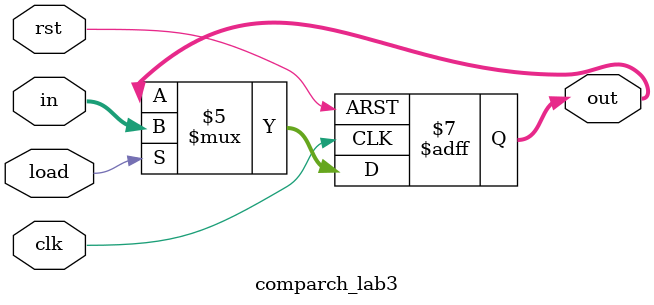
<source format=v>
module Register(A, B, SA, SB, D, DA, W, rst, clk);
	input [4:0] SA, SB, DA;//Select A-A Address,Select B-B Address, Data Destination addy
	input W, clk, rst;//Write enable
	output [31:0] A, B; //A bus, B bus
	input [31:0] D; //Data input
	wire [31:0] load_enable;
	

	
	wire [31:0] R0, R1,R2,R3,R4,R5,R6,R7,R8,R9,R10,R11,R12,R13,R14,R15,R16,R17,R18,R19,R20,R21,R22,R23,R24,R25,R26,
	R27,R28,R29,R30,R31;
	
	Decoder dcode (DA, W,load_enable);
	
	
	comparch_lab3 reg0 (R0, D, clk, rst, load_enable[0]);
	comparch_lab3 reg1 (R1, D, clk, rst, load_enable[1]);
	comparch_lab3 reg2 (R2, D, clk, rst,load_enable[2]);
	comparch_lab3 reg3 (R3, D, clk, rst,load_enable[3]);
	comparch_lab3 reg4 (R4, D, clk, rst,load_enable[4]);
	comparch_lab3 reg5 (R5, D, clk, rst,load_enable[5]);
	comparch_lab3 reg6 (R6, D, clk, rst,load_enable[6]);
	comparch_lab3 reg7 (R7, D, clk, rst,load_enable[7]);
	comparch_lab3 reg8 (R8, D, clk, rst,load_enable[8]);
	comparch_lab3 reg9 (R9, D, clk, rst,load_enable[9]);
	comparch_lab3 reg10 (R10, D, clk, rst,load_enable[10]);
	comparch_lab3 reg11 (R11, D, clk, rst,load_enable[11]);
	comparch_lab3 reg12 (R12, D, clk, rst,load_enable[12]);
	comparch_lab3 reg13 (R13, D, clk, rst,load_enable[13]);
	comparch_lab3 reg14 (R14, D, clk, rst,load_enable[14]);
	comparch_lab3 reg15 (R15, D, clk, rst,load_enable[15]);
	comparch_lab3 reg16 (R16, D, clk, rst,load_enable[16]);
	comparch_lab3 reg17 (R17, D, clk, rst,load_enable[17]);
	comparch_lab3 reg18 (R18, D, clk, rst,load_enable[18]);
	comparch_lab3 reg19 (R19, D, clk, rst,load_enable[19]);
	comparch_lab3 reg20 (R20, D, clk, rst,load_enable[20]);
	comparch_lab3 reg21 (R21, D, clk, rst,load_enable[21]);
	comparch_lab3 reg22 (R22, D, clk, rst,load_enable[22]);
	comparch_lab3 reg23 (R23, D, clk, rst,load_enable[23]);
	comparch_lab3 reg24 (R24, D, clk, rst,load_enable[24]);
	comparch_lab3 reg25 (R25, D, clk, rst,load_enable[25]);
	comparch_lab3 reg26 (R26, D, clk, rst,load_enable[26]);
	comparch_lab3 reg27 (R27, D, clk, rst,load_enable[27]);
	comparch_lab3 reg28 (R28, D, clk, rst,load_enable[28]);
	comparch_lab3 reg29 (R29, D, clk, rst,load_enable[29]);
	comparch_lab3 reg30 (R30, D, clk, rst,load_enable[30]);
	//comparch_lab3 reg31 (R31, D, clk, rst,load_enable[31]);
	assign R31 = 32'b0;
	
	Mux32to1_5bit muxA (A,R0,R1,R2,R3,R4,R5,R6,R7,R8,R9,R10,R11,R12,R13,R14,R15,R16,R17,R18,R19,R20,R21,R22,R23,R24,R25,R26,R27,R28,R29,R30,R31, SA);
	Mux32to1_5bit muxB (B,R0, R1,R2,R3,R4,R5,R6,R7,R8,R9,R10,R11,R12,R13,R14,R15,R16,R17,R18,R19,R20,R21,R22,R23,R24,R25,R26,R27,R28,R29,R30,R31, SB);
endmodule

module Decoder(select, enable, x);

	input [4:0] select;
	input enable;
	
	output reg [31:0] x;
	
	always @(select)
	begin
		if (enable==1)
			case (select)
				5'd0: x <= 32'b00000000000000000000000000000001;
				5'd1: x <= 32'b00000000000000000000000000000010;
				5'd2: x <= 32'b00000000000000000000000000000100;
				5'd3: x <= 32'b00000000000000000000000000001000;
				5'd4: x <= 32'b00000000000000000000000000010000;
				5'd5: x <= 32'b00000000000000000000000000100000;
				5'd6: x <= 32'b00000000000000000000000001000000;
				5'd7: x <= 32'b00000000000000000000000010000000;
				5'd8: x <= 32'b00000000000000000000000100000000;
				5'd9: x <= 32'b00000000000000000000001000000000;
				5'd10: x <= 32'b00000000000000000000010000000000;
				5'd11: x <= 32'b00000000000000000000100000000000;
				5'd12: x <= 32'b00000000000000000001000000000000;
				5'd13: x <= 32'b00000000000000000010000000000000;
				5'd14: x <= 32'b00000000000000000100000000000000;
				5'd15: x <= 32'b00000000000000001000000000000000;
				5'd16: x <= 32'b00000000000000010000000000000000;
				5'd17: x <= 32'b00000000000000100000000000000000;
				5'd18: x <= 32'b00000000000001000000000000000000;
				5'd19: x <= 32'b00000000000010000000000000000000;
				5'd20: x <= 32'b00000000000100000000000000000000;
				5'd21: x <= 32'b00000000001000000000000000000000;
				5'd22: x <= 32'b00000000010000000000000000000000;
				5'd23: x <= 32'b00000000100000000000000000000000;
				5'd24: x <= 32'b00000001000000000000000000000000;
				5'd25: x <= 32'b00000010000000000000000000000000;
				5'd26: x <= 32'b00000100000000000000000000000000;
				5'd27: x <= 32'b00001000000000000000000000000000;
				5'd28: x <= 32'b00010000000000000000000000000000;
				5'd29: x <= 32'b00100000000000000000000000000000;
				5'd30: x <= 32'b01000000000000000000000000000000;
				5'd31: x <= 32'b10000000000000000000000000000000;
			endcase
			else if (enable==0) x <= 32'b00000000000000000000000000000000;
	end
	
endmodule

module Mux32to1_5bit(o, i0, i1, i2,i3,i4,i5,i6,i7,i8,i9,i10,i11,i12,i13,i14,i15,i16,i17,i18,i19,i20,i21,i22,i23,i24,i25,i26,i27,i28,i29,i30,i31, s);
   input [31:0] i0, i1, i2,i3,i4,i5,i6,i7,i8,i9,i10,i11,i12,i13,i14,i15,i16,i17,i18,i19,i20,i21,i22,i23,i24,i25,i26,i27,i28,
	i29,i30,i31;
   input [4:0] s;
	
   output reg [31:0] o;
 
	always @*
	begin
		case (s)
			5'b00000 : o <= i0;
			5'b00001 : o <= i1;
			5'b00010 : o <= i2;
			5'b00011 : o <= i3;
			5'b00100 : o <= i4;
			5'b00101 : o <= i5;
			5'b00110 : o <= i6;
			5'b00111 : o <= i7;
			5'b01000 : o <= i8;
			5'b01001 : o <= i9;
			5'b01010 : o <= i10;
			5'b01011 : o <= i11;
			5'b01100 : o <= i12;
			5'b01101 : o <= i14;
			5'b01110 : o <= i15;
			5'b01111 : o <= i16;
			5'b10000 : o <= i17;
			5'b10001 : o <= i18;
			5'b10010 : o <= i19;
			5'b10011 : o <= i20;
			5'b10100 : o <= i21;
			5'b10101 : o <= i22;
			5'b10110 : o <= i23;
			5'b10111 : o <= i24;
			5'b11000 : o <= i25;
			5'b11010 : o <= i26;
			5'b11011 : o <= i27;
			5'b11100 : o <= i28;
			5'b11101 : o <= i29;
			5'b11110 : o <= i30;
			5'b11111 : o <= i31;
		  default : o <= 32'bxxxxxxxxxxxxxxxxxxxxxxxxxxxxxxxxxxxxxxxxxxxxxxxxxxxxxxxxxxxxxxx;
		endcase
	end
endmodule

module comparch_lab3(out, in, clk, rst,load);
	parameter N=32;
	input [N-1:0] in; 
	input load, clk, rst;
	
	output reg [31:0] out; 
	
	always @(posedge clk or posedge rst)begin 
		if (rst==1) 
			out <= 0;
	
	
		else if (load==1) 
			out <=	in;
		else
			out <= out;
	end
	
endmodule 
	
</source>
